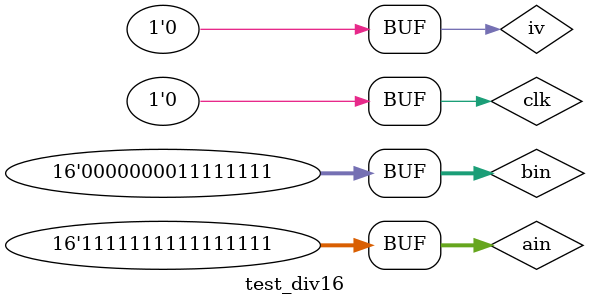
<source format=v>
`timescale 1ns / 1ps
module test_div16;

	// Inputs
	reg [15:0] ain;
	reg [15:0] bin;
	reg iv;
	reg clk;

	// Outputs
	wire [15:0] qout;
	wire ov;

	// Instantiate the Unit Under Test (UUT)
	div16 uut (
		.ain(ain), 
		.bin(bin), 
		.iv(iv), 
		.qout(qout), 
		.ov(ov), 
		.clk(clk) 
	);

	initial begin
		// Initialize Inputs
		ain = 0;
		bin = 0;
		iv = 0;
		clk = 0;

		// Wait 100 ns for global reset to finish
		#100;
        
		// idle
		repeat (16)
		begin
			#5 clk = 0;
			#5 clk = 1;
		end
		// start division
		#5 clk = 0; iv = 1; ain = 255; bin = 17;
		#5 clk = 1;
		repeat (17)
		begin
			#5 clk = 0; iv = 0;
			#5 clk = 1;
		end
		// start division
		#5 clk = 0; iv = 1; ain = 65535; bin = 255;
		#5 clk = 1;
		repeat (17)
		begin
			#5 clk = 0; iv = 0;
			#5 clk = 1;
		end
		#5 clk = 0;
	end
      
endmodule


</source>
